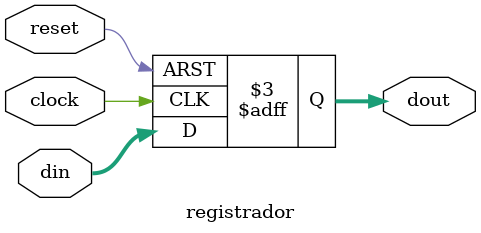
<source format=v>
module registrador #(
    parameter INITIAL_VALUE = 4'b0  
)(
    input wire clock, reset,
    input wire [3:0] din,  
    output reg [3:0] dout
);

    initial begin
        dout = INITIAL_VALUE; 
    end

    always @(negedge clock or posedge reset) begin
        if (reset) begin
            dout <= 4'b0; 
        end else begin
            dout <= din; 
        end
    end

endmodule
</source>
